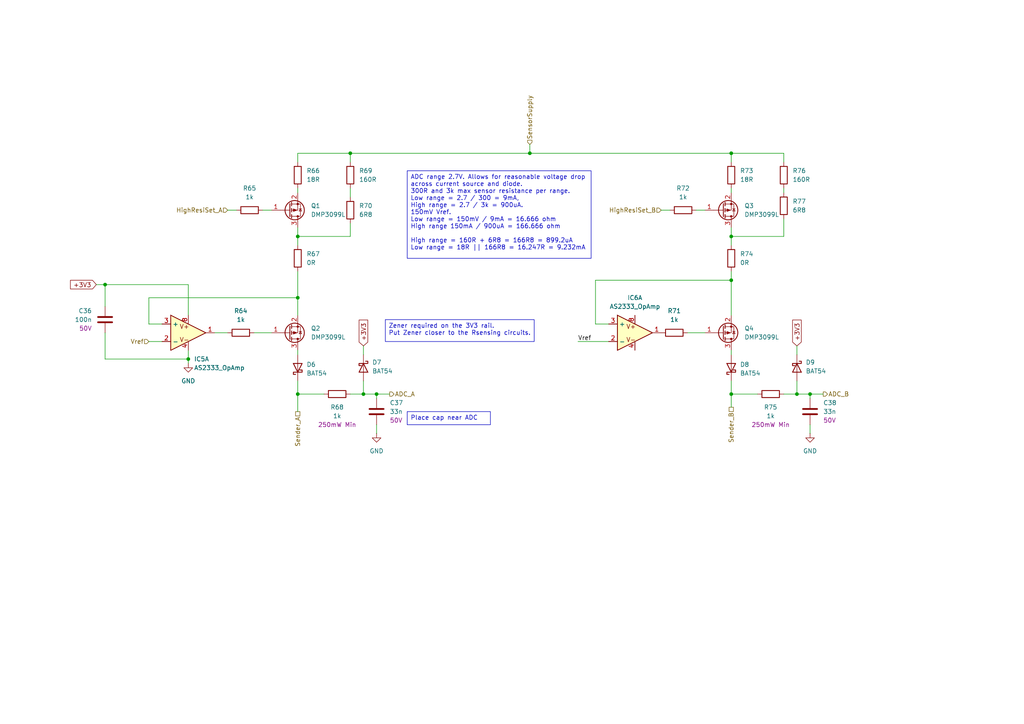
<source format=kicad_sch>
(kicad_sch (version 20250114) (generator "eeschema") (generator_version "9.0")
  (paper "A4")
  (title_block (title "VXDash RemoteECU") (date "2025-08-08") (rev "Proto A") (comment 1 "https://github.com/martinroger/VXDash") (comment 2 "https://cadlab.io/projects/vxdash"))
  (lib_symbols
    (symbol "Transistor_FET:Q_PMOS_GSD" (pin_names (offset 0) (hide yes))
      (property "Reference" "Q" (at 5.08 1.905 0))
      (property "Value" "Q_PMOS_GSD" (at 5.08 0 0))
      (symbol "Q_PMOS_GSD_0_1"
        (polyline (pts (xy 0.254 1.905) (xy 0.254 -1.905)) (stroke (width 0.254)))
        (polyline (pts (xy 0.254 0) (xy -2.54 0)))
        (polyline (pts (xy 0.762 2.286) (xy 0.762 1.27)) (stroke (width 0.254)))
        (polyline (pts (xy 0.762 1.778) (xy 3.302 1.778) (xy 3.302 -1.778) (xy 0.762 -1.778)))
        (polyline (pts (xy 0.762 0.508) (xy 0.762 -0.508)) (stroke (width 0.254)))
        (polyline (pts (xy 0.762 -1.27) (xy 0.762 -2.286)) (stroke (width 0.254)))
        (circle (center 1.651 0) (radius 2.794) (stroke (width 0.254)))
        (polyline (pts (xy 2.286 0) (xy 1.27 0.381) (xy 1.27 -0.381) (xy 2.286 0)) (fill (type outline)))
        (polyline (pts (xy 2.54 2.54) (xy 2.54 1.778)))
        (circle (center 2.54 1.778) (radius 0.254) (fill (type outline)))
        (circle (center 2.54 -1.778) (radius 0.254) (fill (type outline)))
        (polyline (pts (xy 2.54 -2.54) (xy 2.54 0) (xy 0.762 0)))
        (polyline (pts (xy 2.921 -0.381) (xy 3.683 -0.381)))
        (polyline (pts (xy 3.302 -0.381) (xy 2.921 0.254) (xy 3.683 0.254) (xy 3.302 -0.381)))
      )
      (symbol "Q_PMOS_GSD_1_1"
        (pin input line (at -5.08 0 0) (length 2.54) (name "G") (number "1"))
        (pin passive line (at 2.54 5.08 270) (length 2.54) (name "D") (number "3"))
        (pin passive line (at 2.54 -5.08 90) (length 2.54) (name "S") (number "2"))
      )
    )
    (symbol "VXDash_ICs:AS2333_OpAmp"
      (property "Reference" "IC" (at 0 5.08 0))
      (property "Value" "AS2333_OpAmp" (at 0 -5.08 0))
      (symbol "AS2333_OpAmp_1_1"
        (polyline (pts (xy -5.08 5.08) (xy 5.08 0) (xy -5.08 -5.08) (xy -5.08 5.08)) (stroke (width 0.254)) (fill (type background)))
        (text "V+" (at -2.54 2.54 0) (effects (font (size 1.27 1.27)) (justify left top)))
        (text "V-" (at -2.54 -1.27 0) (effects (font (size 1.27 1.27)) (justify left top)))
        (pin input line (at -7.62 2.54 0) (length 2.54) (name "+") (number "3"))
        (pin input line (at -7.62 -2.54 0) (length 2.54) (name "-") (number "2"))
        (pin power_in line (at 0 5.08 270) (length 2.54) (name "") (number "8"))
        (pin power_in line (at 0 -5.08 90) (length 2.54) (name "") (number "4"))
        (pin output line (at 7.62 0 180) (length 2.54) (name "~") (number "1"))
      )
      (symbol "AS2333_OpAmp_2_1"
        (polyline (pts (xy -5.08 5.08) (xy 5.08 0) (xy -5.08 -5.08) (xy -5.08 5.08)) (stroke (width 0.254)) (fill (type background)))
        (pin input line (at -7.62 2.54 0) (length 2.54) (name "+") (number "5"))
        (pin input line (at -7.62 -2.54 0) (length 2.54) (name "-") (number "6"))
        (pin output line (at 7.62 0 180) (length 2.54) (name "~") (number "7"))
      )
    )
    (symbol "VXDash_diodes:D_Schottky" (pin_numbers (hide yes)) (pin_names (offset 1.016) (hide yes))
      (property "Reference" "D" (at 0 2.54 0))
      (property "Value" "D_Schottky" (at 0 -2.54 0))
      (symbol "D_Schottky_0_1"
        (polyline (pts (xy -1.905 0.635) (xy -1.905 1.27) (xy -1.27 1.27) (xy -1.27 -1.27) (xy -0.635 -1.27) (xy -0.635 -0.635)) (stroke (width 0.254)))
        (polyline (pts (xy 1.27 1.27) (xy 1.27 -1.27) (xy -1.27 0) (xy 1.27 1.27)) (stroke (width 0.254)))
        (polyline (pts (xy 1.27 0) (xy -1.27 0)))
      )
      (symbol "D_Schottky_1_1"
        (pin passive line (at -3.81 0 0) (length 2.54) (name "K") (number "1"))
        (pin passive line (at 3.81 0 180) (length 2.54) (name "A") (number "2"))
      )
    )
    (symbol "VXDash_passives:Cap_MLCC" (pin_numbers (hide yes)) (pin_names (offset 0.254))
      (property "Reference" "C" (at 2.54 2.54 0))
      (property "Value" "Cap_MLCC" (at 2.54 0 0))
      (property "Voltage" "50V" (at 2.54 -2.54 0))
      (symbol "Cap_MLCC_0_1"
        (polyline (pts (xy -2.032 0.762) (xy 2.032 0.762)) (stroke (width 0.508)))
        (polyline (pts (xy -2.032 -0.762) (xy 2.032 -0.762)) (stroke (width 0.508)))
      )
      (symbol "Cap_MLCC_1_1"
        (pin passive line (at 0 3.81 270) (length 2.794) (name "~") (number "1"))
        (pin passive line (at 0 -3.81 90) (length 2.794) (name "~") (number "2"))
      )
    )
    (symbol "VXDash_passives:Res" (pin_numbers (hide yes)) (pin_names (offset 0))
      (property "Reference" "R" (at 1.27 1.27 0))
      (property "Value" "Res" (at 1.27 -1.27 0))
      (symbol "Res_0_1"
        (rectangle (start -1.016 -2.54) (end 1.016 2.54) (stroke (width 0.254)))
      )
      (symbol "Res_1_1"
        (pin passive line (at 0 3.81 270) (length 1.27) (name "~") (number "1"))
        (pin passive line (at 0 -3.81 90) (length 1.27) (name "~") (number "2"))
      )
    )
    (symbol "power:GND" (power) (pin_numbers (hide yes)) (pin_names (offset 0) (hide yes))
      (property "Value" "GND" (at 0 -3.81 0))
      (symbol "GND_0_1"
        (polyline (pts (xy 0 0) (xy 0 -1.27) (xy 1.27 -1.27) (xy 0 -2.54) (xy -1.27 -1.27) (xy 0 -1.27)))
      )
      (symbol "GND_1_1"
        (pin power_in line (at 0 0 270) (length 0) (name "~") (number "1"))
      )
    )
  )
  (text_box "Place cap near ADC" (at 118.11 119.38 0) (size 24.13 3.81) (margins 0.9525 0.9525 0.9525 0.9525) (effects (font (size 1.27 1.27)) (justify left top)))
  (text_box "Zener required on the 3V3 rail.\nPut Zener closer to the Rsensing circuits." (at 111.76 92.71 0) (size 43.18 6.35) (margins 0.9525 0.9525 0.9525 0.9525) (effects (font (size 1.27 1.27)) (justify left top)))
  (text_box "ADC range 2.7V. Allows for reasonable voltage drop across current source and diode.\n300R and 3k max sensor resistance per range.\nLow range = 2.7 / 300 = 9mA,\nHigh range = 2.7 / 3k = 900uA.\n150mV Vref. \nLow range = 150mV / 9mA = 16.666 ohm\nHigh range 150mA / 900uA = 166.666 ohm\n\nHigh range = 160R + 6R8 = 166R8 = 899.2uA\nLow range = 18R || 166R8 = 16.247R = 9.232mA\n" (at 118.11 49.53 0) (size 53.34 25.4) (margins 0.9525 0.9525 0.9525 0.9525) (effects (font (size 1.27 1.27)) (justify left top)))
  (junction (at 54.61 104.14))
  (junction (at 212.09 68.58))
  (junction (at 234.95 114.3))
  (junction (at 153.67 44.45))
  (junction (at 86.36 114.3))
  (junction (at 212.09 81.28))
  (junction (at 101.6 44.45))
  (junction (at 212.09 114.3))
  (junction (at 231.14 114.3))
  (junction (at 86.36 68.58))
  (junction (at 86.36 86.36))
  (junction (at 212.09 44.45))
  (junction (at 30.48 82.55))
  (junction (at 105.41 114.3))
  (junction (at 109.22 114.3))
  (wire (pts (xy 105.41 114.3) (xy 101.6 114.3)))
  (wire (pts (xy 201.93 60.96) (xy 204.47 60.96)))
  (wire (pts (xy 30.48 96.52) (xy 30.48 104.14)))
  (wire (pts (xy 43.18 93.98) (xy 43.18 86.36)))
  (wire (pts (xy 101.6 54.61) (xy 101.6 57.15)))
  (wire (pts (xy 86.36 114.3) (xy 86.36 119.38)))
  (wire (pts (xy 212.09 78.74) (xy 212.09 81.28)))
  (wire (pts (xy 86.36 68.58) (xy 86.36 71.12)))
  (wire (pts (xy 54.61 104.14) (xy 54.61 105.41)))
  (wire (pts (xy 199.39 96.52) (xy 204.47 96.52)))
  (wire (pts (xy 234.95 115.57) (xy 234.95 114.3)))
  (wire (pts (xy 212.09 66.04) (xy 212.09 68.58)))
  (wire (pts (xy 30.48 104.14) (xy 54.61 104.14)))
  (wire (pts (xy 212.09 114.3) (xy 212.09 110.49)))
  (wire (pts (xy 172.72 93.98) (xy 172.72 81.28)))
  (wire (pts (xy 43.18 86.36) (xy 86.36 86.36)))
  (wire (pts (xy 212.09 81.28) (xy 212.09 91.44)))
  (wire (pts (xy 86.36 44.45) (xy 86.36 46.99)))
  (wire (pts (xy 219.71 114.3) (xy 212.09 114.3)))
  (wire (pts (xy 62.23 96.52) (xy 66.04 96.52)))
  (wire (pts (xy 109.22 114.3) (xy 105.41 114.3)))
  (wire (pts (xy 227.33 63.5) (xy 227.33 68.58)))
  (wire (pts (xy 27.94 82.55) (xy 30.48 82.55)))
  (wire (pts (xy 212.09 68.58) (xy 212.09 71.12)))
  (wire (pts (xy 30.48 82.55) (xy 30.48 88.9)))
  (wire (pts (xy 30.48 82.55) (xy 54.61 82.55)))
  (wire (pts (xy 227.33 68.58) (xy 212.09 68.58)))
  (wire (pts (xy 54.61 82.55) (xy 54.61 91.44)))
  (wire (pts (xy 105.41 100.33) (xy 105.41 102.87)))
  (wire (pts (xy 231.14 100.33) (xy 231.14 102.87)))
  (wire (pts (xy 227.33 44.45) (xy 227.33 46.99)))
  (wire (pts (xy 227.33 54.61) (xy 227.33 55.88)))
  (wire (pts (xy 153.67 41.91) (xy 153.67 44.45)))
  (wire (pts (xy 234.95 123.19) (xy 234.95 125.73)))
  (wire (pts (xy 68.58 60.96) (xy 66.04 60.96)))
  (wire (pts (xy 231.14 114.3) (xy 227.33 114.3)))
  (wire (pts (xy 76.2 60.96) (xy 78.74 60.96)))
  (wire (pts (xy 86.36 114.3) (xy 86.36 110.49)))
  (wire (pts (xy 101.6 44.45) (xy 153.67 44.45)))
  (wire (pts (xy 231.14 110.49) (xy 231.14 114.3)))
  (wire (pts (xy 172.72 81.28) (xy 212.09 81.28)))
  (wire (pts (xy 86.36 86.36) (xy 86.36 91.44)))
  (wire (pts (xy 101.6 68.58) (xy 86.36 68.58)))
  (wire (pts (xy 54.61 101.6) (xy 54.61 104.14)))
  (wire (pts (xy 86.36 101.6) (xy 86.36 102.87)))
  (wire (pts (xy 176.53 93.98) (xy 172.72 93.98)))
  (wire (pts (xy 46.99 93.98) (xy 43.18 93.98)))
  (wire (pts (xy 109.22 115.57) (xy 109.22 114.3)))
  (wire (pts (xy 234.95 114.3) (xy 238.76 114.3)))
  (wire (pts (xy 101.6 64.77) (xy 101.6 68.58)))
  (wire (pts (xy 167.64 99.06) (xy 176.53 99.06)))
  (wire (pts (xy 86.36 44.45) (xy 101.6 44.45)))
  (wire (pts (xy 86.36 78.74) (xy 86.36 86.36)))
  (wire (pts (xy 153.67 44.45) (xy 212.09 44.45)))
  (wire (pts (xy 212.09 44.45) (xy 227.33 44.45)))
  (wire (pts (xy 234.95 114.3) (xy 231.14 114.3)))
  (wire (pts (xy 212.09 44.45) (xy 212.09 46.99)))
  (wire (pts (xy 194.31 60.96) (xy 191.77 60.96)))
  (wire (pts (xy 109.22 123.19) (xy 109.22 125.73)))
  (wire (pts (xy 43.18 99.06) (xy 46.99 99.06)))
  (wire (pts (xy 212.09 101.6) (xy 212.09 102.87)))
  (wire (pts (xy 212.09 114.3) (xy 212.09 118.11)))
  (wire (pts (xy 101.6 44.45) (xy 101.6 46.99)))
  (wire (pts (xy 86.36 66.04) (xy 86.36 68.58)))
  (wire (pts (xy 105.41 110.49) (xy 105.41 114.3)))
  (wire (pts (xy 93.98 114.3) (xy 86.36 114.3)))
  (wire (pts (xy 73.66 96.52) (xy 78.74 96.52)))
  (wire (pts (xy 212.09 54.61) (xy 212.09 55.88)))
  (wire (pts (xy 109.22 114.3) (xy 113.03 114.3)))
  (wire (pts (xy 86.36 54.61) (xy 86.36 55.88)))
  (label "Vref" (at 167.64 99.06 0))
  (global_label "+3V3" (shape input) (at 231.14 100.33 90) (property "Intersheetrefs" "${INTERSHEET_REFS}" (effects (hide yes))))
  (global_label "+3V3" (shape input) (at 27.94 82.55 180) (property "Intersheetrefs" "${INTERSHEET_REFS}" (effects (hide yes))))
  (global_label "+3V3" (shape input) (at 105.41 100.33 90) (property "Intersheetrefs" "${INTERSHEET_REFS}" (effects (hide yes))))
  (hierarchical_label "SensorSupply" (shape input) (at 153.67 41.91 90))
  (hierarchical_label "ADC_B" (shape output) (at 238.76 114.3 0))
  (hierarchical_label "HighResiSet_A" (shape input) (at 66.04 60.96 180))
  (hierarchical_label "HighResiSet_B" (shape input) (at 191.77 60.96 180))
  (hierarchical_label "Sender_A" (shape passive) (at 86.36 119.38 270))
  (hierarchical_label "Vref" (shape input) (at 43.18 99.06 180))
  (hierarchical_label "Sender_B" (shape passive) (at 212.09 118.11 270))
  (hierarchical_label "ADC_A" (shape output) (at 113.03 114.3 0))
  (symbol (lib_id "VXDash_passives:Res") (at 198.12 60.96 90) (unit 1)
    (property "Reference" "R72" (at 198.12 54.61 90))
    (property "Value" "1k" (at 198.12 57.15 90))
    (property "Footprint" "Resistor_SMD:R_0603_1608Metric_Pad0.98x0.95mm_HandSolder" (effects (hide yes)))
    (property "Tol" "1%" (effects (hide yes)))
    (property "Power" "100mW" (effects (hide yes)))
    (instances (project "VXDash" (path "" (reference "R72") (unit 1)) (path "" (reference "R90") (unit 1)) (path "" (reference "R108") (unit 1))))
  )
  (symbol (lib_id "VXDash_diodes:D_Schottky") (at 212.09 106.68 90) (unit 1)
    (property "Reference" "D8" (at 214.63 105.7274 90) (effects (justify right)))
    (property "Value" "BAT54" (at 214.63 108.2674 90) (effects (justify right)))
    (property "Footprint" "Diode_SMD:D_SOD-123" (effects (hide yes)))
    (property "Datasheet" "https://www.onsemi.com/pdf/datasheet/bat54t1-d.pdf" (effects (hide yes)))
    (property "Description" "Schottky diode" (effects (hide yes)))
    (property "MFT" "OnSemi" (effects (hide yes)))
    (property "MFT_PN" "BAT54T1G" (effects (hide yes)))
    (instances (project "VXDash" (path "" (reference "D8") (unit 1)) (path "" (reference "D14") (unit 1)) (path "" (reference "D18") (unit 1))))
  )
  (symbol (lib_id "VXDash_passives:Res") (at 86.36 50.8 180) (unit 1)
    (property "Reference" "R66" (at 88.9 49.5299 0) (effects (justify right)))
    (property "Value" "18R" (at 88.9 52.0699 0) (effects (justify right)))
    (property "Footprint" "Resistor_SMD:R_0603_1608Metric_Pad0.98x0.95mm_HandSolder" (effects (hide yes)))
    (property "Tol" "1%" (effects (hide yes)))
    (property "Power" "100mW" (effects (hide yes)))
    (instances (project "VXDash" (path "" (reference "R66") (unit 1)) (path "" (reference "R84") (unit 1)) (path "" (reference "R102") (unit 1))))
  )
  (symbol (lib_id "VXDash_passives:Res") (at 72.39 60.96 90) (unit 1)
    (property "Reference" "R65" (at 72.39 54.61 90))
    (property "Value" "1k" (at 72.39 57.15 90))
    (property "Footprint" "Resistor_SMD:R_0603_1608Metric_Pad0.98x0.95mm_HandSolder" (effects (hide yes)))
    (property "Tol" "1%" (effects (hide yes)))
    (property "Power" "100mW" (effects (hide yes)))
    (instances (project "VXDash" (path "" (reference "R65") (unit 1)) (path "" (reference "R83") (unit 1)) (path "" (reference "R101") (unit 1))))
  )
  (symbol (lib_id "Transistor_FET:Q_PMOS_GSD") (at 209.55 60.96 0) (mirror x) (unit 1)
    (property "Reference" "Q3" (at 215.9 59.6899 0) (effects (justify left)))
    (property "Value" "DMP3099L" (at 215.9 62.2299 0) (effects (justify left)))
    (property "Footprint" "Package_TO_SOT_SMD:SOT-23" (effects (hide yes)))
    (property "Datasheet" "https://www.diodes.com/assets/Datasheets/DMP3099L.pdf" (effects (hide yes)))
    (property "Description" "P-MOSFET transistor, gate/source/drain" (effects (hide yes)))
    (property "MFT" "Diodes Inc" (effects (hide yes)))
    (property "MFT_PN" "DMP3099L-7" (effects (hide yes)))
    (instances (project "VXDash" (path "" (reference "Q3") (unit 1)) (path "" (reference "Q10") (unit 1)) (path "" (reference "Q14") (unit 1))))
  )
  (symbol (lib_id "VXDash_passives:Res") (at 97.79 114.3 90) (unit 1)
    (property "Reference" "R68" (at 97.79 118.11 90))
    (property "Value" "1k" (at 97.79 120.65 90))
    (property "Footprint" "Resistor_SMD:R_1206_3216Metric_Pad1.30x1.75mm_HandSolder" (effects (hide yes)))
    (property "Tol" "1%" (effects (hide yes)))
    (property "Power" "250mW Min" (at 97.79 123.19 90))
    (property "Type" "Thick Film" (effects (hide yes)))
    (instances (project "VXDash" (path "" (reference "R68") (unit 1)) (path "" (reference "R86") (unit 1)) (path "" (reference "R104") (unit 1))))
  )
  (symbol (lib_id "power:GND") (at 109.22 125.73 0) (unit 1)
    (property "Reference" "#PWR053" (effects (hide yes)))
    (property "Value" "GND" (at 109.22 130.81 0))
    (property "Description" "Power symbol creates a global label with name \"GND\" , ground" (effects (hide yes)))
    (instances (project "VXDash" (path "" (reference "#PWR053") (unit 1)) (path "" (reference "#PWR059") (unit 1)) (path "" (reference "#PWR063") (unit 1))))
  )
  (symbol (lib_id "VXDash_passives:Res") (at 101.6 60.96 180) (unit 1)
    (property "Reference" "R70" (at 104.14 59.6899 0) (effects (justify right)))
    (property "Value" "6R8" (at 104.14 62.2299 0) (effects (justify right)))
    (property "Footprint" "Resistor_SMD:R_0603_1608Metric_Pad0.98x0.95mm_HandSolder" (effects (hide yes)))
    (property "Tol" "1%" (effects (hide yes)))
    (property "Power" "100mW" (effects (hide yes)))
    (instances (project "VXDash" (path "" (reference "R70") (unit 1)) (path "" (reference "R88") (unit 1)) (path "" (reference "R106") (unit 1))))
  )
  (symbol (lib_id "VXDash_passives:Res") (at 212.09 74.93 180) (unit 1)
    (property "Reference" "R74" (at 214.63 73.6599 0) (effects (justify right)))
    (property "Value" "0R" (at 214.63 76.1999 0) (effects (justify right)))
    (property "Footprint" "Resistor_SMD:R_0603_1608Metric_Pad0.98x0.95mm_HandSolder" (effects (hide yes)))
    (property "Tol" "1%" (effects (hide yes)))
    (property "Power" "100mW" (effects (hide yes)))
    (instances (project "VXDash" (path "" (reference "R74") (unit 1)) (path "" (reference "R92") (unit 1)) (path "" (reference "R110") (unit 1))))
  )
  (symbol (lib_id "power:GND") (at 54.61 105.41 0) (unit 1)
    (property "Reference" "#PWR052" (effects (hide yes)))
    (property "Value" "GND" (at 54.61 110.49 0))
    (property "Description" "Power symbol creates a global label with name \"GND\" , ground" (effects (hide yes)))
    (instances (project "VXDash" (path "" (reference "#PWR052") (unit 1)) (path "" (reference "#PWR058") (unit 1)) (path "" (reference "#PWR062") (unit 1))))
  )
  (symbol (lib_id "VXDash_passives:Res") (at 227.33 59.69 180) (unit 1)
    (property "Reference" "R77" (at 229.87 58.4199 0) (effects (justify right)))
    (property "Value" "6R8" (at 229.87 60.9599 0) (effects (justify right)))
    (property "Footprint" "Resistor_SMD:R_0603_1608Metric_Pad0.98x0.95mm_HandSolder" (effects (hide yes)))
    (property "Tol" "1%" (effects (hide yes)))
    (property "Power" "100mW" (effects (hide yes)))
    (instances (project "VXDash" (path "" (reference "R77") (unit 1)) (path "" (reference "R95") (unit 1)) (path "" (reference "R113") (unit 1))))
  )
  (symbol (lib_id "VXDash_diodes:D_Schottky") (at 86.36 106.68 90) (unit 1)
    (property "Reference" "D6" (at 88.9 105.7274 90) (effects (justify right)))
    (property "Value" "BAT54" (at 88.9 108.2674 90) (effects (justify right)))
    (property "Footprint" "Diode_SMD:D_SOD-123" (effects (hide yes)))
    (property "Datasheet" "https://www.onsemi.com/pdf/datasheet/bat54t1-d.pdf" (effects (hide yes)))
    (property "Description" "Schottky diode" (effects (hide yes)))
    (property "MFT" "OnSemi" (effects (hide yes)))
    (property "MFT_PN" "BAT54T1G" (effects (hide yes)))
    (instances (project "VXDash" (path "" (reference "D6") (unit 1)) (path "" (reference "D12") (unit 1)) (path "" (reference "D16") (unit 1))))
  )
  (symbol (lib_id "VXDash_passives:Cap_MLCC") (at 109.22 119.38 180) (unit 1)
    (property "Reference" "C37" (at 113.03 116.8399 0) (effects (justify right)))
    (property "Value" "33n" (at 113.03 119.3799 0) (effects (justify right)))
    (property "Footprint" "Capacitor_SMD:C_0603_1608Metric_Pad1.08x0.95mm_HandSolder" (effects (hide yes)))
    (property "Description" "Ceremic capacitor" (effects (hide yes)))
    (property "Voltage" "50V" (at 113.03 121.9199 0) (effects (justify right)))
    (property "Tol" "10%" (effects (hide yes)))
    (property "Dielectric" "X7R" (effects (hide yes)))
    (instances (project "VXDash" (path "" (reference "C37") (unit 1)) (path "" (reference "C46") (unit 1)) (path "" (reference "C56") (unit 1))))
  )
  (symbol (lib_id "VXDash_ICs:AS2333_OpAmp") (at 54.61 96.52 0) (unit 1)
    (property "Reference" "IC5" (at 56.2611 104.14 0) (effects (justify left)))
    (property "Value" "AS2333_OpAmp" (at 56.2611 106.68 0) (effects (justify left)))
    (property "Footprint" "Package_SO:MSOP-8_3x3mm_P0.65mm" (effects (hide yes)))
    (property "Datasheet" "https://www.diodes.com/assets/Datasheets/AS2333.pdf" (effects (hide yes)))
    (property "Description" "1.8V, MICROPOWER CMOS ZERO-DRIFT OPERATIONAL AMPLIFIERS" (effects (hide yes)))
    (property "MFT" "Diode Inc" (effects (hide yes)))
    (property "MFT_PN" "AS2333M8-13" (effects (hide yes)))
    (instances (project "VXDash" (path "" (reference "IC5") (unit 1)) (path "" (reference "IC7") (unit 1)) (path "" (reference "IC9") (unit 1))))
  )
  (symbol (lib_id "VXDash_passives:Cap_MLCC") (at 234.95 119.38 180) (unit 1)
    (property "Reference" "C38" (at 238.76 116.8399 0) (effects (justify right)))
    (property "Value" "33n" (at 238.76 119.3799 0) (effects (justify right)))
    (property "Footprint" "Capacitor_SMD:C_0603_1608Metric_Pad1.08x0.95mm_HandSolder" (effects (hide yes)))
    (property "Description" "Ceremic capacitor" (effects (hide yes)))
    (property "Voltage" "50V" (at 238.76 121.9199 0) (effects (justify right)))
    (property "Tol" "10%" (effects (hide yes)))
    (property "Dielectric" "X7R" (effects (hide yes)))
    (instances (project "VXDash" (path "" (reference "C38") (unit 1)) (path "" (reference "C47") (unit 1)) (path "" (reference "C57") (unit 1))))
  )
  (symbol (lib_id "VXDash_passives:Res") (at 195.58 96.52 90) (unit 1)
    (property "Reference" "R71" (at 195.58 90.17 90))
    (property "Value" "1k" (at 195.58 92.71 90))
    (property "Footprint" "Resistor_SMD:R_0603_1608Metric_Pad0.98x0.95mm_HandSolder" (effects (hide yes)))
    (property "Tol" "1%" (effects (hide yes)))
    (property "Power" "100mW" (effects (hide yes)))
    (instances (project "VXDash" (path "" (reference "R71") (unit 1)) (path "" (reference "R89") (unit 1)) (path "" (reference "R107") (unit 1))))
  )
  (symbol (lib_id "VXDash_passives:Res") (at 227.33 50.8 180) (unit 1)
    (property "Reference" "R76" (at 229.87 49.5299 0) (effects (justify right)))
    (property "Value" "160R" (at 229.87 52.0699 0) (effects (justify right)))
    (property "Footprint" "Resistor_SMD:R_0603_1608Metric_Pad0.98x0.95mm_HandSolder" (effects (hide yes)))
    (property "Tol" "1%" (effects (hide yes)))
    (property "Power" "100mW" (effects (hide yes)))
    (instances (project "VXDash" (path "" (reference "R76") (unit 1)) (path "" (reference "R94") (unit 1)) (path "" (reference "R112") (unit 1))))
  )
  (symbol (lib_id "Transistor_FET:Q_PMOS_GSD") (at 83.82 60.96 0) (mirror x) (unit 1)
    (property "Reference" "Q1" (at 90.17 59.6899 0) (effects (justify left)))
    (property "Value" "DMP3099L" (at 90.17 62.2299 0) (effects (justify left)))
    (property "Footprint" "Package_TO_SOT_SMD:SOT-23" (effects (hide yes)))
    (property "Datasheet" "https://www.diodes.com/assets/Datasheets/DMP3099L.pdf" (effects (hide yes)))
    (property "Description" "P-MOSFET transistor, gate/source/drain" (effects (hide yes)))
    (property "MFT" "Diodes Inc" (effects (hide yes)))
    (property "MFT_PN" "DMP3099L-7" (effects (hide yes)))
    (instances (project "VXDash" (path "" (reference "Q1") (unit 1)) (path "" (reference "Q8") (unit 1)) (path "" (reference "Q12") (unit 1))))
  )
  (symbol (lib_id "VXDash_diodes:D_Schottky") (at 231.14 106.68 270) (unit 1)
    (property "Reference" "D9" (at 233.68 105.0924 90) (effects (justify left)))
    (property "Value" "BAT54" (at 233.68 107.6324 90) (effects (justify left)))
    (property "Footprint" "Diode_SMD:D_SOD-123" (effects (hide yes)))
    (property "Datasheet" "https://www.onsemi.com/pdf/datasheet/bat54t1-d.pdf" (effects (hide yes)))
    (property "Description" "Schottky diode" (effects (hide yes)))
    (property "MFT" "OnSemi" (effects (hide yes)))
    (property "MFT_PN" "BAT54T1G" (effects (hide yes)))
    (instances (project "VXDash" (path "" (reference "D9") (unit 1)) (path "" (reference "D15") (unit 1)) (path "" (reference "D19") (unit 1))))
  )
  (symbol (lib_id "VXDash_passives:Cap_MLCC") (at 30.48 92.71 0) (mirror x) (unit 1)
    (property "Reference" "C36" (at 26.67 90.1699 0) (effects (justify right)))
    (property "Value" "100n" (at 26.67 92.7099 0) (effects (justify right)))
    (property "Footprint" "Capacitor_SMD:C_0603_1608Metric_Pad1.08x0.95mm_HandSolder" (effects (hide yes)))
    (property "Description" "Ceremic capacitor" (effects (hide yes)))
    (property "Voltage" "50V" (at 26.67 95.2499 0) (effects (justify right)))
    (property "Tol" "10%" (effects (hide yes)))
    (property "Dielectric" "X7R" (effects (hide yes)))
    (instances (project "VXDash" (path "" (reference "C36") (unit 1)) (path "" (reference "C45") (unit 1)) (path "" (reference "C55") (unit 1))))
  )
  (symbol (lib_id "VXDash_passives:Res") (at 86.36 74.93 180) (unit 1)
    (property "Reference" "R67" (at 88.9 73.6599 0) (effects (justify right)))
    (property "Value" "0R" (at 88.9 76.1999 0) (effects (justify right)))
    (property "Footprint" "Resistor_SMD:R_0603_1608Metric_Pad0.98x0.95mm_HandSolder" (effects (hide yes)))
    (property "Tol" "1%" (effects (hide yes)))
    (property "Power" "100mW" (effects (hide yes)))
    (instances (project "VXDash" (path "" (reference "R67") (unit 1)) (path "" (reference "R85") (unit 1)) (path "" (reference "R103") (unit 1))))
  )
  (symbol (lib_id "Transistor_FET:Q_PMOS_GSD") (at 209.55 96.52 0) (mirror x) (unit 1)
    (property "Reference" "Q4" (at 215.9 95.2499 0) (effects (justify left)))
    (property "Value" "DMP3099L" (at 215.9 97.7899 0) (effects (justify left)))
    (property "Footprint" "Package_TO_SOT_SMD:SOT-23" (effects (hide yes)))
    (property "Datasheet" "https://www.diodes.com/assets/Datasheets/DMP3099L.pdf" (effects (hide yes)))
    (property "Description" "P-MOSFET transistor, gate/source/drain" (effects (hide yes)))
    (property "MFT" "Diodes Inc" (effects (hide yes)))
    (property "MFT_PN" "DMP3099L-7" (effects (hide yes)))
    (instances (project "VXDash" (path "" (reference "Q4") (unit 1)) (path "" (reference "Q11") (unit 1)) (path "" (reference "Q15") (unit 1))))
  )
  (symbol (lib_id "VXDash_passives:Res") (at 223.52 114.3 90) (unit 1)
    (property "Reference" "R75" (at 223.52 118.11 90))
    (property "Value" "1k" (at 223.52 120.65 90))
    (property "Footprint" "Resistor_SMD:R_1206_3216Metric_Pad1.30x1.75mm_HandSolder" (effects (hide yes)))
    (property "Tol" "1%" (effects (hide yes)))
    (property "Power" "250mW Min" (at 223.52 123.19 90))
    (property "Type" "Thick Film" (effects (hide yes)))
    (instances (project "VXDash" (path "" (reference "R75") (unit 1)) (path "" (reference "R93") (unit 1)) (path "" (reference "R111") (unit 1))))
  )
  (symbol (lib_id "VXDash_passives:Res") (at 101.6 50.8 180) (unit 1)
    (property "Reference" "R69" (at 104.14 49.5299 0) (effects (justify right)))
    (property "Value" "160R" (at 104.14 52.0699 0) (effects (justify right)))
    (property "Footprint" "Resistor_SMD:R_0603_1608Metric_Pad0.98x0.95mm_HandSolder" (effects (hide yes)))
    (property "Tol" "1%" (effects (hide yes)))
    (property "Power" "100mW" (effects (hide yes)))
    (instances (project "VXDash" (path "" (reference "R69") (unit 1)) (path "" (reference "R87") (unit 1)) (path "" (reference "R105") (unit 1))))
  )
  (symbol (lib_id "Transistor_FET:Q_PMOS_GSD") (at 83.82 96.52 0) (mirror x) (unit 1)
    (property "Reference" "Q2" (at 90.17 95.2499 0) (effects (justify left)))
    (property "Value" "DMP3099L" (at 90.17 97.7899 0) (effects (justify left)))
    (property "Footprint" "Package_TO_SOT_SMD:SOT-23" (effects (hide yes)))
    (property "Datasheet" "https://www.diodes.com/assets/Datasheets/DMP3099L.pdf" (effects (hide yes)))
    (property "Description" "P-MOSFET transistor, gate/source/drain" (effects (hide yes)))
    (property "MFT" "Diodes Inc" (effects (hide yes)))
    (property "MFT_PN" "DMP3099L-7" (effects (hide yes)))
    (instances (project "VXDash" (path "" (reference "Q2") (unit 1)) (path "" (reference "Q9") (unit 1)) (path "" (reference "Q13") (unit 1))))
  )
  (symbol (lib_id "VXDash_diodes:D_Schottky") (at 105.41 106.68 270) (unit 1)
    (property "Reference" "D7" (at 107.95 105.0924 90) (effects (justify left)))
    (property "Value" "BAT54" (at 107.95 107.6324 90) (effects (justify left)))
    (property "Footprint" "Diode_SMD:D_SOD-123" (effects (hide yes)))
    (property "Datasheet" "https://www.onsemi.com/pdf/datasheet/bat54t1-d.pdf" (effects (hide yes)))
    (property "Description" "Schottky diode" (effects (hide yes)))
    (property "MFT" "OnSemi" (effects (hide yes)))
    (property "MFT_PN" "BAT54T1G" (effects (hide yes)))
    (instances (project "VXDash" (path "" (reference "D7") (unit 1)) (path "" (reference "D13") (unit 1)) (path "" (reference "D17") (unit 1))))
  )
  (symbol (lib_id "VXDash_passives:Res") (at 212.09 50.8 180) (unit 1)
    (property "Reference" "R73" (at 214.63 49.5299 0) (effects (justify right)))
    (property "Value" "18R" (at 214.63 52.0699 0) (effects (justify right)))
    (property "Footprint" "Resistor_SMD:R_0603_1608Metric_Pad0.98x0.95mm_HandSolder" (effects (hide yes)))
    (property "Tol" "1%" (effects (hide yes)))
    (property "Power" "100mW" (effects (hide yes)))
    (instances (project "VXDash" (path "" (reference "R73") (unit 1)) (path "" (reference "R91") (unit 1)) (path "" (reference "R109") (unit 1))))
  )
  (symbol (lib_id "VXDash_ICs:AS2333_OpAmp") (at 184.15 96.52 0) (unit 1)
    (property "Reference" "IC6" (at 184.15 86.36 0))
    (property "Value" "AS2333_OpAmp" (at 184.15 88.9 0))
    (property "Footprint" "Package_SO:MSOP-8_3x3mm_P0.65mm" (effects (hide yes)))
    (property "Datasheet" "https://www.diodes.com/assets/Datasheets/AS2333.pdf" (effects (hide yes)))
    (property "Description" "1.8V, MICROPOWER CMOS ZERO-DRIFT OPERATIONAL AMPLIFIERS" (effects (hide yes)))
    (property "MFT" "Diode Inc" (effects (hide yes)))
    (property "MFT_PN" "AS2333M8-13" (effects (hide yes)))
    (instances (project "VXDash" (path "" (reference "IC6") (unit 1)) (path "" (reference "IC7") (unit 2)) (path "" (reference "IC9") (unit 2))))
  )
  (symbol (lib_id "VXDash_passives:Res") (at 69.85 96.52 90) (unit 1)
    (property "Reference" "R64" (at 69.85 90.17 90))
    (property "Value" "1k" (at 69.85 92.71 90))
    (property "Footprint" "Resistor_SMD:R_0603_1608Metric_Pad0.98x0.95mm_HandSolder" (effects (hide yes)))
    (property "Tol" "1%" (effects (hide yes)))
    (property "Power" "100mW" (effects (hide yes)))
    (instances (project "VXDash" (path "" (reference "R64") (unit 1)) (path "" (reference "R82") (unit 1)) (path "" (reference "R100") (unit 1))))
  )
  (symbol (lib_id "power:GND") (at 234.95 125.73 0) (unit 1)
    (property "Reference" "#PWR054" (effects (hide yes)))
    (property "Value" "GND" (at 234.95 130.81 0))
    (property "Description" "Power symbol creates a global label with name \"GND\" , ground" (effects (hide yes)))
    (instances (project "VXDash" (path "" (reference "#PWR054") (unit 1)) (path "" (reference "#PWR060") (unit 1)) (path "" (reference "#PWR064") (unit 1))))
  )
)
</source>
